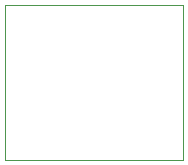
<source format=gbo>
G04 #@! TF.FileFunction,Legend,Bot*
%FSLAX46Y46*%
G04 Gerber Fmt 4.6, Leading zero omitted, Abs format (unit mm)*
G04 Created by KiCad (PCBNEW 4.0.7) date 01/17/18 14:55:35*
%MOMM*%
%LPD*%
G01*
G04 APERTURE LIST*
%ADD10C,0.152400*%
%ADD11C,0.100000*%
G04 APERTURE END LIST*
D10*
D11*
X29400000Y-27500000D02*
X14300000Y-27500000D01*
X29400000Y-14300000D02*
X29400000Y-27500000D01*
X28900000Y-14300000D02*
X29400000Y-14300000D01*
X14300000Y-14300000D02*
X28900000Y-14300000D01*
X14300000Y-27500000D02*
X14300000Y-14300000D01*
M02*

</source>
